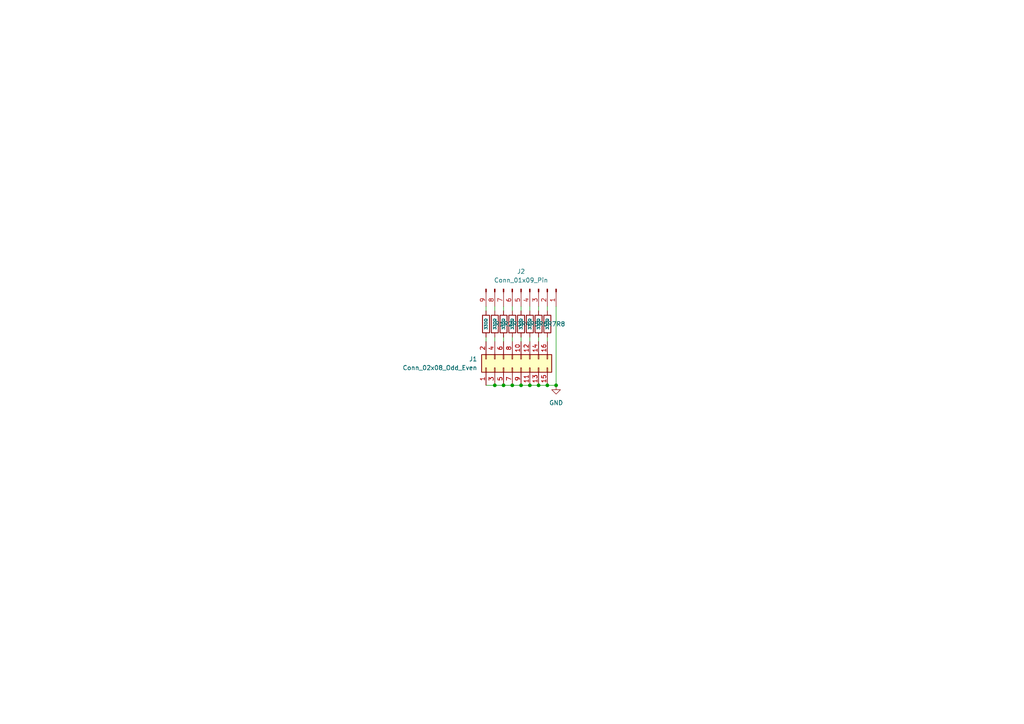
<source format=kicad_sch>
(kicad_sch (version 20250114) (generator "eeschema") (generator_version "9.0")
  (paper "A4")
  (title_block (title "larsskj-015") (date "2025-10-20") (rev "01") (company "Lars Skjærlund") (comment 4 "A PCB to connect 8 LEDs to microcontrollers like ESP32."))
  (lib_symbols
    (symbol "Connector:Conn_01x09_Pin" (pin_names (offset 1.016) (hide yes))
      (property "Reference" "J" (at 0 12.7 0))
      (property "Value" "Conn_01x09_Pin" (at 0 -12.7 0))
      (symbol "Conn_01x09_Pin_1_1"
        (rectangle (start 0.8636 10.287) (end 0 10.033) (stroke (width 0.1524)) (fill (type outline)))
        (rectangle (start 0.8636 7.747) (end 0 7.493) (stroke (width 0.1524)) (fill (type outline)))
        (rectangle (start 0.8636 5.207) (end 0 4.953) (stroke (width 0.1524)) (fill (type outline)))
        (rectangle (start 0.8636 2.667) (end 0 2.413) (stroke (width 0.1524)) (fill (type outline)))
        (rectangle (start 0.8636 0.127) (end 0 -0.127) (stroke (width 0.1524)) (fill (type outline)))
        (rectangle (start 0.8636 -2.413) (end 0 -2.667) (stroke (width 0.1524)) (fill (type outline)))
        (rectangle (start 0.8636 -4.953) (end 0 -5.207) (stroke (width 0.1524)) (fill (type outline)))
        (rectangle (start 0.8636 -7.493) (end 0 -7.747) (stroke (width 0.1524)) (fill (type outline)))
        (rectangle (start 0.8636 -10.033) (end 0 -10.287) (stroke (width 0.1524)) (fill (type outline)))
        (polyline (pts (xy 1.27 10.16) (xy 0.8636 10.16)) (stroke (width 0.1524)))
        (polyline (pts (xy 1.27 7.62) (xy 0.8636 7.62)) (stroke (width 0.1524)))
        (polyline (pts (xy 1.27 5.08) (xy 0.8636 5.08)) (stroke (width 0.1524)))
        (polyline (pts (xy 1.27 2.54) (xy 0.8636 2.54)) (stroke (width 0.1524)))
        (polyline (pts (xy 1.27 0) (xy 0.8636 0)) (stroke (width 0.1524)))
        (polyline (pts (xy 1.27 -2.54) (xy 0.8636 -2.54)) (stroke (width 0.1524)))
        (polyline (pts (xy 1.27 -5.08) (xy 0.8636 -5.08)) (stroke (width 0.1524)))
        (polyline (pts (xy 1.27 -7.62) (xy 0.8636 -7.62)) (stroke (width 0.1524)))
        (polyline (pts (xy 1.27 -10.16) (xy 0.8636 -10.16)) (stroke (width 0.1524)))
        (pin passive line (at 5.08 10.16 180) (length 3.81) (name "Pin_1") (number "1"))
        (pin passive line (at 5.08 7.62 180) (length 3.81) (name "Pin_2") (number "2"))
        (pin passive line (at 5.08 5.08 180) (length 3.81) (name "Pin_3") (number "3"))
        (pin passive line (at 5.08 2.54 180) (length 3.81) (name "Pin_4") (number "4"))
        (pin passive line (at 5.08 0 180) (length 3.81) (name "Pin_5") (number "5"))
        (pin passive line (at 5.08 -2.54 180) (length 3.81) (name "Pin_6") (number "6"))
        (pin passive line (at 5.08 -5.08 180) (length 3.81) (name "Pin_7") (number "7"))
        (pin passive line (at 5.08 -7.62 180) (length 3.81) (name "Pin_8") (number "8"))
        (pin passive line (at 5.08 -10.16 180) (length 3.81) (name "Pin_9") (number "9"))
      )
    )
    (symbol "Connector_Generic:Conn_02x08_Odd_Even" (pin_names (offset 1.016) (hide yes))
      (property "Reference" "J" (at 1.27 10.16 0))
      (property "Value" "Conn_02x08_Odd_Even" (at 1.27 -12.7 0))
      (symbol "Conn_02x08_Odd_Even_1_1"
        (rectangle (start -1.27 8.89) (end 3.81 -11.43) (stroke (width 0.254)) (fill (type background)))
        (rectangle (start -1.27 7.747) (end 0 7.493) (stroke (width 0.1524)))
        (rectangle (start -1.27 5.207) (end 0 4.953) (stroke (width 0.1524)))
        (rectangle (start -1.27 2.667) (end 0 2.413) (stroke (width 0.1524)))
        (rectangle (start -1.27 0.127) (end 0 -0.127) (stroke (width 0.1524)))
        (rectangle (start -1.27 -2.413) (end 0 -2.667) (stroke (width 0.1524)))
        (rectangle (start -1.27 -4.953) (end 0 -5.207) (stroke (width 0.1524)))
        (rectangle (start -1.27 -7.493) (end 0 -7.747) (stroke (width 0.1524)))
        (rectangle (start -1.27 -10.033) (end 0 -10.287) (stroke (width 0.1524)))
        (rectangle (start 3.81 7.747) (end 2.54 7.493) (stroke (width 0.1524)))
        (rectangle (start 3.81 5.207) (end 2.54 4.953) (stroke (width 0.1524)))
        (rectangle (start 3.81 2.667) (end 2.54 2.413) (stroke (width 0.1524)))
        (rectangle (start 3.81 0.127) (end 2.54 -0.127) (stroke (width 0.1524)))
        (rectangle (start 3.81 -2.413) (end 2.54 -2.667) (stroke (width 0.1524)))
        (rectangle (start 3.81 -4.953) (end 2.54 -5.207) (stroke (width 0.1524)))
        (rectangle (start 3.81 -7.493) (end 2.54 -7.747) (stroke (width 0.1524)))
        (rectangle (start 3.81 -10.033) (end 2.54 -10.287) (stroke (width 0.1524)))
        (pin passive line (at -5.08 7.62 0) (length 3.81) (name "Pin_1") (number "1"))
        (pin passive line (at -5.08 5.08 0) (length 3.81) (name "Pin_3") (number "3"))
        (pin passive line (at -5.08 2.54 0) (length 3.81) (name "Pin_5") (number "5"))
        (pin passive line (at -5.08 0 0) (length 3.81) (name "Pin_7") (number "7"))
        (pin passive line (at -5.08 -2.54 0) (length 3.81) (name "Pin_9") (number "9"))
        (pin passive line (at -5.08 -5.08 0) (length 3.81) (name "Pin_11") (number "11"))
        (pin passive line (at -5.08 -7.62 0) (length 3.81) (name "Pin_13") (number "13"))
        (pin passive line (at -5.08 -10.16 0) (length 3.81) (name "Pin_15") (number "15"))
        (pin passive line (at 7.62 7.62 180) (length 3.81) (name "Pin_2") (number "2"))
        (pin passive line (at 7.62 5.08 180) (length 3.81) (name "Pin_4") (number "4"))
        (pin passive line (at 7.62 2.54 180) (length 3.81) (name "Pin_6") (number "6"))
        (pin passive line (at 7.62 0 180) (length 3.81) (name "Pin_8") (number "8"))
        (pin passive line (at 7.62 -2.54 180) (length 3.81) (name "Pin_10") (number "10"))
        (pin passive line (at 7.62 -5.08 180) (length 3.81) (name "Pin_12") (number "12"))
        (pin passive line (at 7.62 -7.62 180) (length 3.81) (name "Pin_14") (number "14"))
        (pin passive line (at 7.62 -10.16 180) (length 3.81) (name "Pin_16") (number "16"))
      )
    )
    (symbol "PCM_JLCPCB-Resistors:0402,330Ω" (pin_numbers (hide yes)) (pin_names (offset 0))
      (property "Reference" "R" (at 1.778 0 0))
      (property "Value" "330Ω" (at 0 0 90))
      (symbol "0402,330Ω_0_1"
        (rectangle (start -1.016 2.54) (end 1.016 -2.54) (stroke (width 0.254)))
      )
      (symbol "0402,330Ω_1_1"
        (pin passive line (at 0 3.81 270) (length 1.27) (name "~") (number "1"))
        (pin passive line (at 0 -3.81 90) (length 1.27) (name "~") (number "2"))
      )
    )
    (symbol "power:GND" (power) (pin_numbers (hide yes)) (pin_names (offset 0) (hide yes))
      (property "Value" "GND" (at 0 -3.81 0))
      (symbol "GND_0_1"
        (polyline (pts (xy 0 0) (xy 0 -1.27) (xy 1.27 -1.27) (xy 0 -2.54) (xy -1.27 -1.27) (xy 0 -1.27)))
      )
      (symbol "GND_1_1"
        (pin power_in line (at 0 0 270) (length 0) (name "~") (number "1"))
      )
    )
  )
  (junction (at 151.13 111.76))
  (junction (at 148.59 111.76))
  (junction (at 153.67 111.76))
  (junction (at 143.51 111.76))
  (junction (at 146.05 111.76))
  (junction (at 158.75 111.76))
  (junction (at 161.29 111.76))
  (junction (at 156.21 111.76))
  (wire (pts (xy 148.59 88.9) (xy 148.59 90.17)))
  (wire (pts (xy 143.51 88.9) (xy 143.51 90.17)))
  (wire (pts (xy 143.51 97.79) (xy 143.51 99.06)))
  (wire (pts (xy 146.05 88.9) (xy 146.05 90.17)))
  (wire (pts (xy 140.97 88.9) (xy 140.97 90.17)))
  (wire (pts (xy 153.67 97.79) (xy 153.67 99.06)))
  (wire (pts (xy 158.75 88.9) (xy 158.75 90.17)))
  (wire (pts (xy 161.29 111.76) (xy 158.75 111.76)))
  (wire (pts (xy 140.97 97.79) (xy 140.97 99.06)))
  (wire (pts (xy 161.29 88.9) (xy 161.29 111.76)))
  (wire (pts (xy 151.13 111.76) (xy 153.67 111.76)))
  (wire (pts (xy 146.05 97.79) (xy 146.05 99.06)))
  (wire (pts (xy 140.97 111.76) (xy 143.51 111.76)))
  (wire (pts (xy 153.67 111.76) (xy 156.21 111.76)))
  (wire (pts (xy 146.05 111.76) (xy 148.59 111.76)))
  (wire (pts (xy 143.51 111.76) (xy 146.05 111.76)))
  (wire (pts (xy 148.59 97.79) (xy 148.59 99.06)))
  (wire (pts (xy 158.75 97.79) (xy 158.75 99.06)))
  (wire (pts (xy 156.21 97.79) (xy 156.21 99.06)))
  (wire (pts (xy 151.13 97.79) (xy 151.13 99.06)))
  (wire (pts (xy 153.67 88.9) (xy 153.67 90.17)))
  (wire (pts (xy 151.13 88.9) (xy 151.13 90.17)))
  (wire (pts (xy 156.21 88.9) (xy 156.21 90.17)))
  (wire (pts (xy 156.21 111.76) (xy 158.75 111.76)))
  (wire (pts (xy 148.59 111.76) (xy 151.13 111.76)))
  (symbol (lib_id "PCM_JLCPCB-Resistors:0402,330Ω") (at 151.13 93.98 0) (unit 1)
    (property "Reference" "R5" (at 153.67 93.9799 0) (effects (justify left)))
    (property "Value" "330Ω" (at 151.13 93.98 90) (effects (font (size 0.8 0.8))))
    (property "Footprint" "PCM_JLCPCB:R_0402" (effects (hide yes)))
    (property "Datasheet" "https://www.lcsc.com/datasheet/lcsc_datasheet_2205311900_UNI-ROYAL-Uniroyal-Elec-0402WGF3300TCE_C25104.pdf" (effects (hide yes)))
    (property "Description" "62.5mW Thick Film Resistors 50V ±100ppm/°C ±1% 330Ω 0402 Chip Resistor - Surface Mount ROHS" (effects (hide yes)))
    (property "LCSC" "C25104" (effects (hide yes)))
    (property "Stock" "1159127" (effects (hide yes)))
    (property "Price" "0.004USD" (effects (hide yes)))
    (property "Process" "SMT" (effects (hide yes)))
    (property "Minimum Qty" "20" (effects (hide yes)))
    (property "Attrition Qty" "10" (effects (hide yes)))
    (property "Class" "Basic Component" (effects (hide yes)))
    (property "Category" "Resistors,Chip Resistor - Surface Mount" (effects (hide yes)))
    (property "Manufacturer" "UNI-ROYAL(Uniroyal Elec)" (effects (hide yes)))
    (property "Part" "0402WGF3300TCE" (effects (hide yes)))
    (property "Resistance" "330Ω" (effects (hide yes)))
    (property "Power(Watts)" "62.5mW" (effects (hide yes)))
    (property "Type" "Thick Film Resistors" (effects (hide yes)))
    (property "Overload Voltage (Max)" "50V" (effects (hide yes)))
    (property "Operating Temperature Range" "-55°C~+155°C" (effects (hide yes)))
    (property "Tolerance" "±1%" (effects (hide yes)))
    (property "Temperature Coefficient" "±100ppm/°C" (effects (hide yes)))
  )
  (symbol (lib_id "power:GND") (at 161.29 111.76 0) (unit 1)
    (property "Reference" "#PWR01" (effects (hide yes)))
    (property "Value" "GND" (at 161.29 116.84 0))
    (property "Description" "Power symbol creates a global label with name \"GND\" , ground" (effects (hide yes)))
  )
  (symbol (lib_id "PCM_JLCPCB-Resistors:0402,330Ω") (at 148.59 93.98 0) (unit 1)
    (property "Reference" "R4" (at 151.13 93.9799 0) (effects (justify left)))
    (property "Value" "330Ω" (at 148.59 93.98 90) (effects (font (size 0.8 0.8))))
    (property "Footprint" "PCM_JLCPCB:R_0402" (effects (hide yes)))
    (property "Datasheet" "https://www.lcsc.com/datasheet/lcsc_datasheet_2205311900_UNI-ROYAL-Uniroyal-Elec-0402WGF3300TCE_C25104.pdf" (effects (hide yes)))
    (property "Description" "62.5mW Thick Film Resistors 50V ±100ppm/°C ±1% 330Ω 0402 Chip Resistor - Surface Mount ROHS" (effects (hide yes)))
    (property "LCSC" "C25104" (effects (hide yes)))
    (property "Stock" "1159127" (effects (hide yes)))
    (property "Price" "0.004USD" (effects (hide yes)))
    (property "Process" "SMT" (effects (hide yes)))
    (property "Minimum Qty" "20" (effects (hide yes)))
    (property "Attrition Qty" "10" (effects (hide yes)))
    (property "Class" "Basic Component" (effects (hide yes)))
    (property "Category" "Resistors,Chip Resistor - Surface Mount" (effects (hide yes)))
    (property "Manufacturer" "UNI-ROYAL(Uniroyal Elec)" (effects (hide yes)))
    (property "Part" "0402WGF3300TCE" (effects (hide yes)))
    (property "Resistance" "330Ω" (effects (hide yes)))
    (property "Power(Watts)" "62.5mW" (effects (hide yes)))
    (property "Type" "Thick Film Resistors" (effects (hide yes)))
    (property "Overload Voltage (Max)" "50V" (effects (hide yes)))
    (property "Operating Temperature Range" "-55°C~+155°C" (effects (hide yes)))
    (property "Tolerance" "±1%" (effects (hide yes)))
    (property "Temperature Coefficient" "±100ppm/°C" (effects (hide yes)))
  )
  (symbol (lib_id "Connector:Conn_01x09_Pin") (at 151.13 83.82 270) (unit 1)
    (property "Reference" "J2" (at 151.13 78.74 90))
    (property "Value" "Conn_01x09_Pin" (at 151.13 81.28 90))
    (property "Footprint" "Connector_PinHeader_1.27mm:PinHeader_1x09_P1.27mm_Vertical" (effects (hide yes)))
    (property "Description" "Generic connector, single row, 01x09, script generated" (effects (hide yes)))
  )
  (symbol (lib_id "PCM_JLCPCB-Resistors:0402,330Ω") (at 146.05 93.98 0) (unit 1)
    (property "Reference" "R3" (at 148.59 93.9799 0) (effects (justify left)))
    (property "Value" "330Ω" (at 146.05 93.98 90) (effects (font (size 0.8 0.8))))
    (property "Footprint" "PCM_JLCPCB:R_0402" (effects (hide yes)))
    (property "Datasheet" "https://www.lcsc.com/datasheet/lcsc_datasheet_2205311900_UNI-ROYAL-Uniroyal-Elec-0402WGF3300TCE_C25104.pdf" (effects (hide yes)))
    (property "Description" "62.5mW Thick Film Resistors 50V ±100ppm/°C ±1% 330Ω 0402 Chip Resistor - Surface Mount ROHS" (effects (hide yes)))
    (property "LCSC" "C25104" (effects (hide yes)))
    (property "Stock" "1159127" (effects (hide yes)))
    (property "Price" "0.004USD" (effects (hide yes)))
    (property "Process" "SMT" (effects (hide yes)))
    (property "Minimum Qty" "20" (effects (hide yes)))
    (property "Attrition Qty" "10" (effects (hide yes)))
    (property "Class" "Basic Component" (effects (hide yes)))
    (property "Category" "Resistors,Chip Resistor - Surface Mount" (effects (hide yes)))
    (property "Manufacturer" "UNI-ROYAL(Uniroyal Elec)" (effects (hide yes)))
    (property "Part" "0402WGF3300TCE" (effects (hide yes)))
    (property "Resistance" "330Ω" (effects (hide yes)))
    (property "Power(Watts)" "62.5mW" (effects (hide yes)))
    (property "Type" "Thick Film Resistors" (effects (hide yes)))
    (property "Overload Voltage (Max)" "50V" (effects (hide yes)))
    (property "Operating Temperature Range" "-55°C~+155°C" (effects (hide yes)))
    (property "Tolerance" "±1%" (effects (hide yes)))
    (property "Temperature Coefficient" "±100ppm/°C" (effects (hide yes)))
  )
  (symbol (lib_id "PCM_JLCPCB-Resistors:0402,330Ω") (at 158.75 93.98 0) (unit 1)
    (property "Reference" "R8" (at 161.29 93.9799 0) (effects (justify left)))
    (property "Value" "330Ω" (at 158.75 93.98 90) (effects (font (size 0.8 0.8))))
    (property "Footprint" "PCM_JLCPCB:R_0402" (effects (hide yes)))
    (property "Datasheet" "https://www.lcsc.com/datasheet/lcsc_datasheet_2205311900_UNI-ROYAL-Uniroyal-Elec-0402WGF3300TCE_C25104.pdf" (effects (hide yes)))
    (property "Description" "62.5mW Thick Film Resistors 50V ±100ppm/°C ±1% 330Ω 0402 Chip Resistor - Surface Mount ROHS" (effects (hide yes)))
    (property "LCSC" "C25104" (effects (hide yes)))
    (property "Stock" "1159127" (effects (hide yes)))
    (property "Price" "0.004USD" (effects (hide yes)))
    (property "Process" "SMT" (effects (hide yes)))
    (property "Minimum Qty" "20" (effects (hide yes)))
    (property "Attrition Qty" "10" (effects (hide yes)))
    (property "Class" "Basic Component" (effects (hide yes)))
    (property "Category" "Resistors,Chip Resistor - Surface Mount" (effects (hide yes)))
    (property "Manufacturer" "UNI-ROYAL(Uniroyal Elec)" (effects (hide yes)))
    (property "Part" "0402WGF3300TCE" (effects (hide yes)))
    (property "Resistance" "330Ω" (effects (hide yes)))
    (property "Power(Watts)" "62.5mW" (effects (hide yes)))
    (property "Type" "Thick Film Resistors" (effects (hide yes)))
    (property "Overload Voltage (Max)" "50V" (effects (hide yes)))
    (property "Operating Temperature Range" "-55°C~+155°C" (effects (hide yes)))
    (property "Tolerance" "±1%" (effects (hide yes)))
    (property "Temperature Coefficient" "±100ppm/°C" (effects (hide yes)))
  )
  (symbol (lib_id "PCM_JLCPCB-Resistors:0402,330Ω") (at 143.51 93.98 0) (unit 1)
    (property "Reference" "R2" (at 146.05 93.9799 0) (effects (justify left)))
    (property "Value" "330Ω" (at 143.51 93.98 90) (effects (font (size 0.8 0.8))))
    (property "Footprint" "PCM_JLCPCB:R_0402" (effects (hide yes)))
    (property "Datasheet" "https://www.lcsc.com/datasheet/lcsc_datasheet_2205311900_UNI-ROYAL-Uniroyal-Elec-0402WGF3300TCE_C25104.pdf" (effects (hide yes)))
    (property "Description" "62.5mW Thick Film Resistors 50V ±100ppm/°C ±1% 330Ω 0402 Chip Resistor - Surface Mount ROHS" (effects (hide yes)))
    (property "LCSC" "C25104" (effects (hide yes)))
    (property "Stock" "1159127" (effects (hide yes)))
    (property "Price" "0.004USD" (effects (hide yes)))
    (property "Process" "SMT" (effects (hide yes)))
    (property "Minimum Qty" "20" (effects (hide yes)))
    (property "Attrition Qty" "10" (effects (hide yes)))
    (property "Class" "Basic Component" (effects (hide yes)))
    (property "Category" "Resistors,Chip Resistor - Surface Mount" (effects (hide yes)))
    (property "Manufacturer" "UNI-ROYAL(Uniroyal Elec)" (effects (hide yes)))
    (property "Part" "0402WGF3300TCE" (effects (hide yes)))
    (property "Resistance" "330Ω" (effects (hide yes)))
    (property "Power(Watts)" "62.5mW" (effects (hide yes)))
    (property "Type" "Thick Film Resistors" (effects (hide yes)))
    (property "Overload Voltage (Max)" "50V" (effects (hide yes)))
    (property "Operating Temperature Range" "-55°C~+155°C" (effects (hide yes)))
    (property "Tolerance" "±1%" (effects (hide yes)))
    (property "Temperature Coefficient" "±100ppm/°C" (effects (hide yes)))
  )
  (symbol (lib_id "PCM_JLCPCB-Resistors:0402,330Ω") (at 140.97 93.98 0) (unit 1)
    (property "Reference" "R1" (at 143.51 93.9799 0) (effects (justify left)))
    (property "Value" "330Ω" (at 140.97 93.98 90) (effects (font (size 0.8 0.8))))
    (property "Footprint" "PCM_JLCPCB:R_0402" (effects (hide yes)))
    (property "Datasheet" "https://www.lcsc.com/datasheet/lcsc_datasheet_2205311900_UNI-ROYAL-Uniroyal-Elec-0402WGF3300TCE_C25104.pdf" (effects (hide yes)))
    (property "Description" "62.5mW Thick Film Resistors 50V ±100ppm/°C ±1% 330Ω 0402 Chip Resistor - Surface Mount ROHS" (effects (hide yes)))
    (property "LCSC" "C25104" (effects (hide yes)))
    (property "Stock" "1159127" (effects (hide yes)))
    (property "Price" "0.004USD" (effects (hide yes)))
    (property "Process" "SMT" (effects (hide yes)))
    (property "Minimum Qty" "20" (effects (hide yes)))
    (property "Attrition Qty" "10" (effects (hide yes)))
    (property "Class" "Basic Component" (effects (hide yes)))
    (property "Category" "Resistors,Chip Resistor - Surface Mount" (effects (hide yes)))
    (property "Manufacturer" "UNI-ROYAL(Uniroyal Elec)" (effects (hide yes)))
    (property "Part" "0402WGF3300TCE" (effects (hide yes)))
    (property "Resistance" "330Ω" (effects (hide yes)))
    (property "Power(Watts)" "62.5mW" (effects (hide yes)))
    (property "Type" "Thick Film Resistors" (effects (hide yes)))
    (property "Overload Voltage (Max)" "50V" (effects (hide yes)))
    (property "Operating Temperature Range" "-55°C~+155°C" (effects (hide yes)))
    (property "Tolerance" "±1%" (effects (hide yes)))
    (property "Temperature Coefficient" "±100ppm/°C" (effects (hide yes)))
  )
  (symbol (lib_id "PCM_JLCPCB-Resistors:0402,330Ω") (at 156.21 93.98 0) (unit 1)
    (property "Reference" "R7" (at 158.75 93.9799 0) (effects (justify left)))
    (property "Value" "330Ω" (at 156.21 93.98 90) (effects (font (size 0.8 0.8))))
    (property "Footprint" "PCM_JLCPCB:R_0402" (effects (hide yes)))
    (property "Datasheet" "https://www.lcsc.com/datasheet/lcsc_datasheet_2205311900_UNI-ROYAL-Uniroyal-Elec-0402WGF3300TCE_C25104.pdf" (effects (hide yes)))
    (property "Description" "62.5mW Thick Film Resistors 50V ±100ppm/°C ±1% 330Ω 0402 Chip Resistor - Surface Mount ROHS" (effects (hide yes)))
    (property "LCSC" "C25104" (effects (hide yes)))
    (property "Stock" "1159127" (effects (hide yes)))
    (property "Price" "0.004USD" (effects (hide yes)))
    (property "Process" "SMT" (effects (hide yes)))
    (property "Minimum Qty" "20" (effects (hide yes)))
    (property "Attrition Qty" "10" (effects (hide yes)))
    (property "Class" "Basic Component" (effects (hide yes)))
    (property "Category" "Resistors,Chip Resistor - Surface Mount" (effects (hide yes)))
    (property "Manufacturer" "UNI-ROYAL(Uniroyal Elec)" (effects (hide yes)))
    (property "Part" "0402WGF3300TCE" (effects (hide yes)))
    (property "Resistance" "330Ω" (effects (hide yes)))
    (property "Power(Watts)" "62.5mW" (effects (hide yes)))
    (property "Type" "Thick Film Resistors" (effects (hide yes)))
    (property "Overload Voltage (Max)" "50V" (effects (hide yes)))
    (property "Operating Temperature Range" "-55°C~+155°C" (effects (hide yes)))
    (property "Tolerance" "±1%" (effects (hide yes)))
    (property "Temperature Coefficient" "±100ppm/°C" (effects (hide yes)))
  )
  (symbol (lib_id "PCM_JLCPCB-Resistors:0402,330Ω") (at 153.67 93.98 0) (unit 1)
    (property "Reference" "R6" (at 156.21 93.9799 0) (effects (justify left)))
    (property "Value" "330Ω" (at 153.67 93.98 90) (effects (font (size 0.8 0.8))))
    (property "Footprint" "PCM_JLCPCB:R_0402" (effects (hide yes)))
    (property "Datasheet" "https://www.lcsc.com/datasheet/lcsc_datasheet_2205311900_UNI-ROYAL-Uniroyal-Elec-0402WGF3300TCE_C25104.pdf" (effects (hide yes)))
    (property "Description" "62.5mW Thick Film Resistors 50V ±100ppm/°C ±1% 330Ω 0402 Chip Resistor - Surface Mount ROHS" (effects (hide yes)))
    (property "LCSC" "C25104" (effects (hide yes)))
    (property "Stock" "1159127" (effects (hide yes)))
    (property "Price" "0.004USD" (effects (hide yes)))
    (property "Process" "SMT" (effects (hide yes)))
    (property "Minimum Qty" "20" (effects (hide yes)))
    (property "Attrition Qty" "10" (effects (hide yes)))
    (property "Class" "Basic Component" (effects (hide yes)))
    (property "Category" "Resistors,Chip Resistor - Surface Mount" (effects (hide yes)))
    (property "Manufacturer" "UNI-ROYAL(Uniroyal Elec)" (effects (hide yes)))
    (property "Part" "0402WGF3300TCE" (effects (hide yes)))
    (property "Resistance" "330Ω" (effects (hide yes)))
    (property "Power(Watts)" "62.5mW" (effects (hide yes)))
    (property "Type" "Thick Film Resistors" (effects (hide yes)))
    (property "Overload Voltage (Max)" "50V" (effects (hide yes)))
    (property "Operating Temperature Range" "-55°C~+155°C" (effects (hide yes)))
    (property "Tolerance" "±1%" (effects (hide yes)))
    (property "Temperature Coefficient" "±100ppm/°C" (effects (hide yes)))
  )
  (symbol (lib_id "Connector_Generic:Conn_02x08_Odd_Even") (at 148.59 106.68 90) (unit 1)
    (property "Reference" "J1" (at 138.43 104.1399 90) (effects (justify left)))
    (property "Value" "Conn_02x08_Odd_Even" (at 138.43 106.6799 90) (effects (justify left)))
    (property "Footprint" "Connector_PinHeader_1.27mm:PinHeader_2x08_P1.27mm_Vertical" (effects (hide yes)))
    (property "Description" "Generic connector, double row, 02x08, odd/even pin numbering scheme (row 1 odd numbers, row 2 even numbers), script generated (kicad-library-utils/schlib/autogen/connector/)" (effects (hide yes)))
  )
)
</source>
